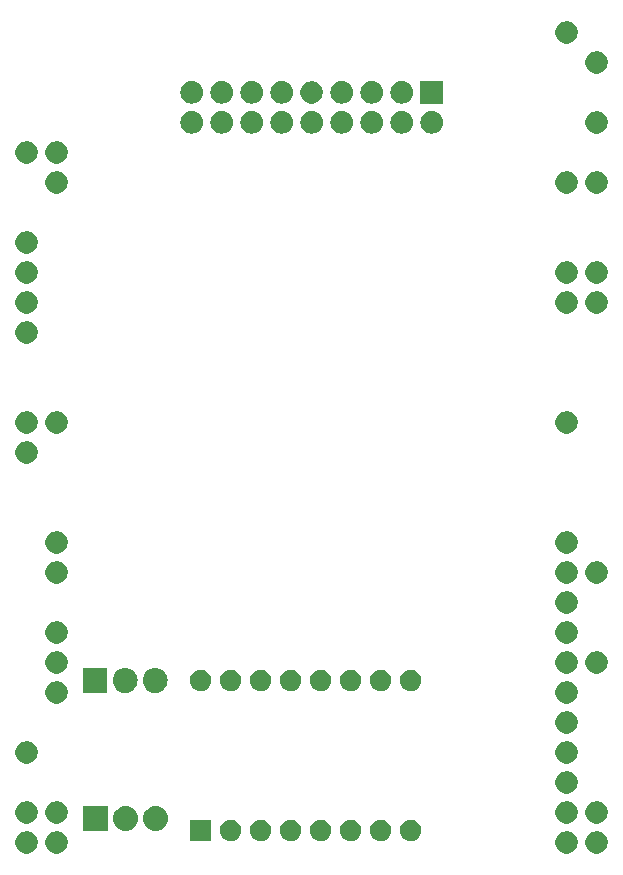
<source format=gbr>
G04 #@! TF.GenerationSoftware,KiCad,Pcbnew,5.0.2+dfsg1-1*
G04 #@! TF.CreationDate,2019-04-27T12:39:24-05:00*
G04 #@! TF.ProjectId,AdaptadorCamara,41646170-7461-4646-9f72-43616d617261,rev?*
G04 #@! TF.SameCoordinates,Original*
G04 #@! TF.FileFunction,Soldermask,Bot*
G04 #@! TF.FilePolarity,Negative*
%FSLAX45Y45*%
G04 Gerber Fmt 4.5, Leading zero omitted, Abs format (unit mm)*
G04 Created by KiCad (PCBNEW 5.0.2+dfsg1-1) date sáb 27 abr 2019 12:39:24 -05*
%MOMM*%
%LPD*%
G01*
G04 APERTURE LIST*
%ADD10C,0.100000*%
G04 APERTURE END LIST*
D10*
G36*
X5347740Y769445D02*
X5365047Y762277D01*
X5380623Y751869D01*
X5393869Y738623D01*
X5404277Y723047D01*
X5411445Y705740D01*
X5415100Y687367D01*
X5415100Y668633D01*
X5411445Y650260D01*
X5404277Y632953D01*
X5393869Y617377D01*
X5380623Y604131D01*
X5365047Y593723D01*
X5347740Y586555D01*
X5329367Y582900D01*
X5310633Y582900D01*
X5292260Y586555D01*
X5274953Y593723D01*
X5259377Y604131D01*
X5246131Y617377D01*
X5235723Y632953D01*
X5228555Y650260D01*
X5224900Y668633D01*
X5224900Y687367D01*
X5228555Y705740D01*
X5235723Y723047D01*
X5246131Y738623D01*
X5259377Y751869D01*
X5274953Y762277D01*
X5292260Y769445D01*
X5310633Y773100D01*
X5329367Y773100D01*
X5347740Y769445D01*
X5347740Y769445D01*
G37*
G36*
X5093740Y769445D02*
X5111047Y762277D01*
X5126623Y751869D01*
X5139869Y738623D01*
X5150277Y723047D01*
X5157445Y705740D01*
X5161100Y687367D01*
X5161100Y668633D01*
X5157445Y650260D01*
X5150277Y632953D01*
X5139869Y617377D01*
X5126623Y604131D01*
X5111047Y593723D01*
X5093740Y586555D01*
X5075367Y582900D01*
X5056633Y582900D01*
X5038260Y586555D01*
X5020953Y593723D01*
X5005377Y604131D01*
X4992131Y617377D01*
X4981723Y632953D01*
X4974555Y650260D01*
X4970900Y668633D01*
X4970900Y687367D01*
X4974555Y705740D01*
X4981723Y723047D01*
X4992131Y738623D01*
X5005377Y751869D01*
X5020953Y762277D01*
X5038260Y769445D01*
X5056633Y773100D01*
X5075367Y773100D01*
X5093740Y769445D01*
X5093740Y769445D01*
G37*
G36*
X775740Y769445D02*
X793047Y762277D01*
X808623Y751869D01*
X821869Y738623D01*
X832277Y723047D01*
X839445Y705740D01*
X843100Y687367D01*
X843100Y668633D01*
X839445Y650260D01*
X832277Y632953D01*
X821869Y617377D01*
X808623Y604131D01*
X793047Y593723D01*
X775740Y586555D01*
X757367Y582900D01*
X738633Y582900D01*
X720260Y586555D01*
X702953Y593723D01*
X687377Y604131D01*
X674131Y617377D01*
X663723Y632953D01*
X656555Y650260D01*
X652900Y668633D01*
X652900Y687367D01*
X656555Y705740D01*
X663723Y723047D01*
X674131Y738623D01*
X687377Y751869D01*
X702953Y762277D01*
X720260Y769445D01*
X738633Y773100D01*
X757367Y773100D01*
X775740Y769445D01*
X775740Y769445D01*
G37*
G36*
X521740Y769445D02*
X539047Y762277D01*
X554623Y751869D01*
X567869Y738623D01*
X578277Y723047D01*
X585445Y705740D01*
X589100Y687367D01*
X589100Y668633D01*
X585445Y650260D01*
X578277Y632953D01*
X567869Y617377D01*
X554623Y604131D01*
X539047Y593723D01*
X521740Y586555D01*
X503367Y582900D01*
X484633Y582900D01*
X466260Y586555D01*
X448953Y593723D01*
X433377Y604131D01*
X420131Y617377D01*
X409723Y632953D01*
X402555Y650260D01*
X398900Y668633D01*
X398900Y687367D01*
X402555Y705740D01*
X409723Y723047D01*
X420131Y738623D01*
X433377Y751869D01*
X448953Y762277D01*
X466260Y769445D01*
X484633Y773100D01*
X503367Y773100D01*
X521740Y769445D01*
X521740Y769445D01*
G37*
G36*
X3009481Y866238D02*
X3025878Y859446D01*
X3040635Y849585D01*
X3053185Y837035D01*
X3063046Y822278D01*
X3069838Y805881D01*
X3073300Y788474D01*
X3073300Y770726D01*
X3069838Y753319D01*
X3063046Y736922D01*
X3053185Y722165D01*
X3040635Y709615D01*
X3025878Y699754D01*
X3009481Y692962D01*
X2992074Y689500D01*
X2974326Y689500D01*
X2956919Y692962D01*
X2940522Y699754D01*
X2925765Y709615D01*
X2913215Y722165D01*
X2903354Y736922D01*
X2896562Y753319D01*
X2893100Y770726D01*
X2893100Y788474D01*
X2896562Y805881D01*
X2903354Y822278D01*
X2913215Y837035D01*
X2925765Y849585D01*
X2940522Y859446D01*
X2956919Y866238D01*
X2974326Y869700D01*
X2992074Y869700D01*
X3009481Y866238D01*
X3009481Y866238D01*
G37*
G36*
X3771481Y866238D02*
X3787878Y859446D01*
X3802635Y849585D01*
X3815185Y837035D01*
X3825046Y822278D01*
X3831838Y805881D01*
X3835300Y788474D01*
X3835300Y770726D01*
X3831838Y753319D01*
X3825046Y736922D01*
X3815185Y722165D01*
X3802635Y709615D01*
X3787878Y699754D01*
X3771481Y692962D01*
X3754074Y689500D01*
X3736326Y689500D01*
X3718919Y692962D01*
X3702522Y699754D01*
X3687765Y709615D01*
X3675215Y722165D01*
X3665354Y736922D01*
X3658562Y753319D01*
X3655100Y770726D01*
X3655100Y788474D01*
X3658562Y805881D01*
X3665354Y822278D01*
X3675215Y837035D01*
X3687765Y849585D01*
X3702522Y859446D01*
X3718919Y866238D01*
X3736326Y869700D01*
X3754074Y869700D01*
X3771481Y866238D01*
X3771481Y866238D01*
G37*
G36*
X3517481Y866238D02*
X3533878Y859446D01*
X3548635Y849585D01*
X3561185Y837035D01*
X3571046Y822278D01*
X3577838Y805881D01*
X3581300Y788474D01*
X3581300Y770726D01*
X3577838Y753319D01*
X3571046Y736922D01*
X3561185Y722165D01*
X3548635Y709615D01*
X3533878Y699754D01*
X3517481Y692962D01*
X3500074Y689500D01*
X3482326Y689500D01*
X3464919Y692962D01*
X3448522Y699754D01*
X3433765Y709615D01*
X3421215Y722165D01*
X3411354Y736922D01*
X3404562Y753319D01*
X3401100Y770726D01*
X3401100Y788474D01*
X3404562Y805881D01*
X3411354Y822278D01*
X3421215Y837035D01*
X3433765Y849585D01*
X3448522Y859446D01*
X3464919Y866238D01*
X3482326Y869700D01*
X3500074Y869700D01*
X3517481Y866238D01*
X3517481Y866238D01*
G37*
G36*
X2057300Y689500D02*
X1877100Y689500D01*
X1877100Y869700D01*
X2057300Y869700D01*
X2057300Y689500D01*
X2057300Y689500D01*
G37*
G36*
X2247481Y866238D02*
X2263878Y859446D01*
X2278635Y849585D01*
X2291185Y837035D01*
X2301046Y822278D01*
X2307838Y805881D01*
X2311300Y788474D01*
X2311300Y770726D01*
X2307838Y753319D01*
X2301046Y736922D01*
X2291185Y722165D01*
X2278635Y709615D01*
X2263878Y699754D01*
X2247481Y692962D01*
X2230074Y689500D01*
X2212326Y689500D01*
X2194919Y692962D01*
X2178522Y699754D01*
X2163765Y709615D01*
X2151215Y722165D01*
X2141354Y736922D01*
X2134562Y753319D01*
X2131100Y770726D01*
X2131100Y788474D01*
X2134562Y805881D01*
X2141354Y822278D01*
X2151215Y837035D01*
X2163765Y849585D01*
X2178522Y859446D01*
X2194919Y866238D01*
X2212326Y869700D01*
X2230074Y869700D01*
X2247481Y866238D01*
X2247481Y866238D01*
G37*
G36*
X2501481Y866238D02*
X2517878Y859446D01*
X2532635Y849585D01*
X2545185Y837035D01*
X2555046Y822278D01*
X2561838Y805881D01*
X2565300Y788474D01*
X2565300Y770726D01*
X2561838Y753319D01*
X2555046Y736922D01*
X2545185Y722165D01*
X2532635Y709615D01*
X2517878Y699754D01*
X2501481Y692962D01*
X2484074Y689500D01*
X2466326Y689500D01*
X2448919Y692962D01*
X2432522Y699754D01*
X2417765Y709615D01*
X2405215Y722165D01*
X2395354Y736922D01*
X2388562Y753319D01*
X2385100Y770726D01*
X2385100Y788474D01*
X2388562Y805881D01*
X2395354Y822278D01*
X2405215Y837035D01*
X2417765Y849585D01*
X2432522Y859446D01*
X2448919Y866238D01*
X2466326Y869700D01*
X2484074Y869700D01*
X2501481Y866238D01*
X2501481Y866238D01*
G37*
G36*
X2755481Y866238D02*
X2771878Y859446D01*
X2786635Y849585D01*
X2799185Y837035D01*
X2809046Y822278D01*
X2815838Y805881D01*
X2819300Y788474D01*
X2819300Y770726D01*
X2815838Y753319D01*
X2809046Y736922D01*
X2799185Y722165D01*
X2786635Y709615D01*
X2771878Y699754D01*
X2755481Y692962D01*
X2738074Y689500D01*
X2720326Y689500D01*
X2702919Y692962D01*
X2686522Y699754D01*
X2671765Y709615D01*
X2659215Y722165D01*
X2649354Y736922D01*
X2642562Y753319D01*
X2639100Y770726D01*
X2639100Y788474D01*
X2642562Y805881D01*
X2649354Y822278D01*
X2659215Y837035D01*
X2671765Y849585D01*
X2686522Y859446D01*
X2702919Y866238D01*
X2720326Y869700D01*
X2738074Y869700D01*
X2755481Y866238D01*
X2755481Y866238D01*
G37*
G36*
X3263481Y866238D02*
X3279878Y859446D01*
X3294635Y849585D01*
X3307185Y837035D01*
X3317046Y822278D01*
X3323838Y805881D01*
X3327300Y788474D01*
X3327300Y770726D01*
X3323838Y753319D01*
X3317046Y736922D01*
X3307185Y722165D01*
X3294635Y709615D01*
X3279878Y699754D01*
X3263481Y692962D01*
X3246074Y689500D01*
X3228326Y689500D01*
X3210919Y692962D01*
X3194522Y699754D01*
X3179765Y709615D01*
X3167215Y722165D01*
X3157354Y736922D01*
X3150562Y753319D01*
X3147100Y770726D01*
X3147100Y788474D01*
X3150562Y805881D01*
X3157354Y822278D01*
X3167215Y837035D01*
X3179765Y849585D01*
X3194522Y859446D01*
X3210919Y866238D01*
X3228326Y869700D01*
X3246074Y869700D01*
X3263481Y866238D01*
X3263481Y866238D01*
G37*
G36*
X1594451Y985996D02*
X1606803Y984779D01*
X1626615Y978769D01*
X1644873Y969010D01*
X1660876Y955876D01*
X1674010Y939873D01*
X1683769Y921615D01*
X1689779Y901803D01*
X1691808Y881200D01*
X1689779Y860597D01*
X1683769Y840785D01*
X1674010Y822527D01*
X1660876Y806523D01*
X1644873Y793390D01*
X1626615Y783630D01*
X1606803Y777621D01*
X1594451Y776404D01*
X1591363Y776100D01*
X1581037Y776100D01*
X1577949Y776404D01*
X1565597Y777621D01*
X1545785Y783630D01*
X1527527Y793390D01*
X1511523Y806523D01*
X1498390Y822527D01*
X1488630Y840785D01*
X1482621Y860597D01*
X1480591Y881200D01*
X1482621Y901803D01*
X1488630Y921615D01*
X1498390Y939873D01*
X1511523Y955876D01*
X1527527Y969010D01*
X1545785Y978769D01*
X1565597Y984779D01*
X1577949Y985996D01*
X1581037Y986300D01*
X1591363Y986300D01*
X1594451Y985996D01*
X1594451Y985996D01*
G37*
G36*
X1340451Y985996D02*
X1352803Y984779D01*
X1372615Y978769D01*
X1390873Y969010D01*
X1406876Y955876D01*
X1420010Y939873D01*
X1429769Y921615D01*
X1435779Y901803D01*
X1437808Y881200D01*
X1435779Y860597D01*
X1429769Y840785D01*
X1420010Y822527D01*
X1406876Y806523D01*
X1390873Y793390D01*
X1372615Y783630D01*
X1352803Y777621D01*
X1340451Y776404D01*
X1337363Y776100D01*
X1327037Y776100D01*
X1323949Y776404D01*
X1311597Y777621D01*
X1291785Y783630D01*
X1273527Y793390D01*
X1257524Y806523D01*
X1244390Y822527D01*
X1234631Y840785D01*
X1228621Y860597D01*
X1226592Y881200D01*
X1228621Y901803D01*
X1234631Y921615D01*
X1244390Y939873D01*
X1257524Y955876D01*
X1273527Y969010D01*
X1291785Y978769D01*
X1311597Y984779D01*
X1323949Y985996D01*
X1327037Y986300D01*
X1337363Y986300D01*
X1340451Y985996D01*
X1340451Y985996D01*
G37*
G36*
X1183300Y776100D02*
X973100Y776100D01*
X973100Y986300D01*
X1183300Y986300D01*
X1183300Y776100D01*
X1183300Y776100D01*
G37*
G36*
X521740Y1023445D02*
X539047Y1016277D01*
X554623Y1005869D01*
X567869Y992623D01*
X578277Y977047D01*
X585445Y959740D01*
X589100Y941367D01*
X589100Y922633D01*
X585445Y904260D01*
X578277Y886953D01*
X567869Y871377D01*
X554623Y858131D01*
X539047Y847723D01*
X521740Y840555D01*
X503367Y836900D01*
X484633Y836900D01*
X466260Y840555D01*
X448953Y847723D01*
X433377Y858131D01*
X420131Y871377D01*
X409723Y886953D01*
X402555Y904260D01*
X398900Y922633D01*
X398900Y941367D01*
X402555Y959740D01*
X409723Y977047D01*
X420131Y992623D01*
X433377Y1005869D01*
X448953Y1016277D01*
X466260Y1023445D01*
X484633Y1027100D01*
X503367Y1027100D01*
X521740Y1023445D01*
X521740Y1023445D01*
G37*
G36*
X775740Y1023445D02*
X793047Y1016277D01*
X808623Y1005869D01*
X821869Y992623D01*
X832277Y977047D01*
X839445Y959740D01*
X843100Y941367D01*
X843100Y922633D01*
X839445Y904260D01*
X832277Y886953D01*
X821869Y871377D01*
X808623Y858131D01*
X793047Y847723D01*
X775740Y840555D01*
X757367Y836900D01*
X738633Y836900D01*
X720260Y840555D01*
X702953Y847723D01*
X687377Y858131D01*
X674131Y871377D01*
X663723Y886953D01*
X656555Y904260D01*
X652900Y922633D01*
X652900Y941367D01*
X656555Y959740D01*
X663723Y977047D01*
X674131Y992623D01*
X687377Y1005869D01*
X702953Y1016277D01*
X720260Y1023445D01*
X738633Y1027100D01*
X757367Y1027100D01*
X775740Y1023445D01*
X775740Y1023445D01*
G37*
G36*
X5093740Y1023445D02*
X5111047Y1016277D01*
X5126623Y1005869D01*
X5139869Y992623D01*
X5150277Y977047D01*
X5157445Y959740D01*
X5161100Y941367D01*
X5161100Y922633D01*
X5157445Y904260D01*
X5150277Y886953D01*
X5139869Y871377D01*
X5126623Y858131D01*
X5111047Y847723D01*
X5093740Y840555D01*
X5075367Y836900D01*
X5056633Y836900D01*
X5038260Y840555D01*
X5020953Y847723D01*
X5005377Y858131D01*
X4992131Y871377D01*
X4981723Y886953D01*
X4974555Y904260D01*
X4970900Y922633D01*
X4970900Y941367D01*
X4974555Y959740D01*
X4981723Y977047D01*
X4992131Y992623D01*
X5005377Y1005869D01*
X5020953Y1016277D01*
X5038260Y1023445D01*
X5056633Y1027100D01*
X5075367Y1027100D01*
X5093740Y1023445D01*
X5093740Y1023445D01*
G37*
G36*
X5347740Y1023445D02*
X5365047Y1016277D01*
X5380623Y1005869D01*
X5393869Y992623D01*
X5404277Y977047D01*
X5411445Y959740D01*
X5415100Y941367D01*
X5415100Y922633D01*
X5411445Y904260D01*
X5404277Y886953D01*
X5393869Y871377D01*
X5380623Y858131D01*
X5365047Y847723D01*
X5347740Y840555D01*
X5329367Y836900D01*
X5310633Y836900D01*
X5292260Y840555D01*
X5274953Y847723D01*
X5259377Y858131D01*
X5246131Y871377D01*
X5235723Y886953D01*
X5228555Y904260D01*
X5224900Y922633D01*
X5224900Y941367D01*
X5228555Y959740D01*
X5235723Y977047D01*
X5246131Y992623D01*
X5259377Y1005869D01*
X5274953Y1016277D01*
X5292260Y1023445D01*
X5310633Y1027100D01*
X5329367Y1027100D01*
X5347740Y1023445D01*
X5347740Y1023445D01*
G37*
G36*
X5093740Y1277445D02*
X5111047Y1270277D01*
X5126623Y1259869D01*
X5139869Y1246623D01*
X5150277Y1231047D01*
X5157445Y1213740D01*
X5161100Y1195367D01*
X5161100Y1176633D01*
X5157445Y1158260D01*
X5150277Y1140953D01*
X5139869Y1125377D01*
X5126623Y1112131D01*
X5111047Y1101723D01*
X5093740Y1094555D01*
X5075367Y1090900D01*
X5056633Y1090900D01*
X5038260Y1094555D01*
X5020953Y1101723D01*
X5005377Y1112131D01*
X4992131Y1125377D01*
X4981723Y1140953D01*
X4974555Y1158260D01*
X4970900Y1176633D01*
X4970900Y1195367D01*
X4974555Y1213740D01*
X4981723Y1231047D01*
X4992131Y1246623D01*
X5005377Y1259869D01*
X5020953Y1270277D01*
X5038260Y1277445D01*
X5056633Y1281100D01*
X5075367Y1281100D01*
X5093740Y1277445D01*
X5093740Y1277445D01*
G37*
G36*
X521740Y1531445D02*
X539047Y1524277D01*
X554623Y1513869D01*
X567869Y1500623D01*
X578277Y1485047D01*
X585445Y1467740D01*
X589100Y1449367D01*
X589100Y1430633D01*
X585445Y1412260D01*
X578277Y1394953D01*
X567869Y1379377D01*
X554623Y1366131D01*
X539047Y1355723D01*
X521740Y1348555D01*
X503367Y1344900D01*
X484633Y1344900D01*
X466260Y1348555D01*
X448953Y1355723D01*
X433377Y1366131D01*
X420131Y1379377D01*
X409723Y1394953D01*
X402555Y1412260D01*
X398900Y1430633D01*
X398900Y1449367D01*
X402555Y1467740D01*
X409723Y1485047D01*
X420131Y1500623D01*
X433377Y1513869D01*
X448953Y1524277D01*
X466260Y1531445D01*
X484633Y1535100D01*
X503367Y1535100D01*
X521740Y1531445D01*
X521740Y1531445D01*
G37*
G36*
X5093740Y1531445D02*
X5111047Y1524277D01*
X5126623Y1513869D01*
X5139869Y1500623D01*
X5150277Y1485047D01*
X5157445Y1467740D01*
X5161100Y1449367D01*
X5161100Y1430633D01*
X5157445Y1412260D01*
X5150277Y1394953D01*
X5139869Y1379377D01*
X5126623Y1366131D01*
X5111047Y1355723D01*
X5093740Y1348555D01*
X5075367Y1344900D01*
X5056633Y1344900D01*
X5038260Y1348555D01*
X5020953Y1355723D01*
X5005377Y1366131D01*
X4992131Y1379377D01*
X4981723Y1394953D01*
X4974555Y1412260D01*
X4970900Y1430633D01*
X4970900Y1449367D01*
X4974555Y1467740D01*
X4981723Y1485047D01*
X4992131Y1500623D01*
X5005377Y1513869D01*
X5020953Y1524277D01*
X5038260Y1531445D01*
X5056633Y1535100D01*
X5075367Y1535100D01*
X5093740Y1531445D01*
X5093740Y1531445D01*
G37*
G36*
X5093740Y1785445D02*
X5111047Y1778277D01*
X5126623Y1767869D01*
X5139869Y1754623D01*
X5150277Y1739047D01*
X5157445Y1721740D01*
X5161100Y1703367D01*
X5161100Y1684633D01*
X5157445Y1666260D01*
X5150277Y1648953D01*
X5139869Y1633377D01*
X5126623Y1620131D01*
X5111047Y1609723D01*
X5093740Y1602555D01*
X5075367Y1598900D01*
X5056633Y1598900D01*
X5038260Y1602555D01*
X5020953Y1609723D01*
X5005377Y1620131D01*
X4992131Y1633377D01*
X4981723Y1648953D01*
X4974555Y1666260D01*
X4970900Y1684633D01*
X4970900Y1703367D01*
X4974555Y1721740D01*
X4981723Y1739047D01*
X4992131Y1754623D01*
X5005377Y1767869D01*
X5020953Y1778277D01*
X5038260Y1785445D01*
X5056633Y1789100D01*
X5075367Y1789100D01*
X5093740Y1785445D01*
X5093740Y1785445D01*
G37*
G36*
X775740Y2039445D02*
X793047Y2032277D01*
X808623Y2021869D01*
X821869Y2008623D01*
X832277Y1993047D01*
X839445Y1975740D01*
X843100Y1957367D01*
X843100Y1938633D01*
X839445Y1920260D01*
X832277Y1902953D01*
X821869Y1887377D01*
X808623Y1874131D01*
X793047Y1863723D01*
X775740Y1856555D01*
X757367Y1852900D01*
X738633Y1852900D01*
X720260Y1856555D01*
X702953Y1863723D01*
X687377Y1874131D01*
X674131Y1887377D01*
X663723Y1902953D01*
X656555Y1920260D01*
X652900Y1938633D01*
X652900Y1957367D01*
X656555Y1975740D01*
X663723Y1993047D01*
X674131Y2008623D01*
X687377Y2021869D01*
X702953Y2032277D01*
X720260Y2039445D01*
X738633Y2043100D01*
X757367Y2043100D01*
X775740Y2039445D01*
X775740Y2039445D01*
G37*
G36*
X5093740Y2039445D02*
X5111047Y2032277D01*
X5126623Y2021869D01*
X5139869Y2008623D01*
X5150277Y1993047D01*
X5157445Y1975740D01*
X5161100Y1957367D01*
X5161100Y1938633D01*
X5157445Y1920260D01*
X5150277Y1902953D01*
X5139869Y1887377D01*
X5126623Y1874131D01*
X5111047Y1863723D01*
X5093740Y1856555D01*
X5075367Y1852900D01*
X5056633Y1852900D01*
X5038260Y1856555D01*
X5020953Y1863723D01*
X5005377Y1874131D01*
X4992131Y1887377D01*
X4981723Y1902953D01*
X4974555Y1920260D01*
X4970900Y1938633D01*
X4970900Y1957367D01*
X4974555Y1975740D01*
X4981723Y1993047D01*
X4992131Y2008623D01*
X5005377Y2021869D01*
X5020953Y2032277D01*
X5038260Y2039445D01*
X5056633Y2043100D01*
X5075367Y2043100D01*
X5093740Y2039445D01*
X5093740Y2039445D01*
G37*
G36*
X1335251Y2154796D02*
X1347603Y2153579D01*
X1367415Y2147570D01*
X1385673Y2137810D01*
X1401676Y2124677D01*
X1414810Y2108673D01*
X1424569Y2090415D01*
X1430579Y2070603D01*
X1432608Y2050000D01*
X1430579Y2029397D01*
X1424569Y2009585D01*
X1414810Y1991327D01*
X1401676Y1975323D01*
X1385673Y1962190D01*
X1367415Y1952430D01*
X1347603Y1946421D01*
X1335251Y1945204D01*
X1332163Y1944900D01*
X1321837Y1944900D01*
X1318749Y1945204D01*
X1306397Y1946421D01*
X1286585Y1952430D01*
X1268327Y1962190D01*
X1252324Y1975323D01*
X1239190Y1991327D01*
X1229431Y2009585D01*
X1223421Y2029397D01*
X1221392Y2050000D01*
X1223421Y2070603D01*
X1229431Y2090415D01*
X1239190Y2108673D01*
X1252324Y2124677D01*
X1268327Y2137810D01*
X1286585Y2147570D01*
X1306397Y2153579D01*
X1318749Y2154796D01*
X1321837Y2155100D01*
X1332163Y2155100D01*
X1335251Y2154796D01*
X1335251Y2154796D01*
G37*
G36*
X1589251Y2154796D02*
X1601603Y2153579D01*
X1621415Y2147570D01*
X1639673Y2137810D01*
X1655676Y2124677D01*
X1668810Y2108673D01*
X1678569Y2090415D01*
X1684579Y2070603D01*
X1686608Y2050000D01*
X1684579Y2029397D01*
X1678569Y2009585D01*
X1668810Y1991327D01*
X1655676Y1975323D01*
X1639673Y1962190D01*
X1621415Y1952430D01*
X1601603Y1946421D01*
X1589251Y1945204D01*
X1586163Y1944900D01*
X1575837Y1944900D01*
X1572749Y1945204D01*
X1560397Y1946421D01*
X1540585Y1952430D01*
X1522327Y1962190D01*
X1506323Y1975323D01*
X1493190Y1991327D01*
X1483430Y2009585D01*
X1477421Y2029397D01*
X1475391Y2050000D01*
X1477421Y2070603D01*
X1483430Y2090415D01*
X1493190Y2108673D01*
X1506323Y2124677D01*
X1522327Y2137810D01*
X1540585Y2147570D01*
X1560397Y2153579D01*
X1572749Y2154796D01*
X1575837Y2155100D01*
X1586163Y2155100D01*
X1589251Y2154796D01*
X1589251Y2154796D01*
G37*
G36*
X1178100Y1944900D02*
X967900Y1944900D01*
X967900Y2155100D01*
X1178100Y2155100D01*
X1178100Y1944900D01*
X1178100Y1944900D01*
G37*
G36*
X2501481Y2136238D02*
X2517878Y2129446D01*
X2532635Y2119585D01*
X2545185Y2107035D01*
X2555046Y2092278D01*
X2561838Y2075881D01*
X2565300Y2058474D01*
X2565300Y2040726D01*
X2561838Y2023319D01*
X2555046Y2006922D01*
X2545185Y1992165D01*
X2532635Y1979615D01*
X2517878Y1969754D01*
X2501481Y1962962D01*
X2484074Y1959500D01*
X2466326Y1959500D01*
X2448919Y1962962D01*
X2432522Y1969754D01*
X2417765Y1979615D01*
X2405215Y1992165D01*
X2395354Y2006922D01*
X2388562Y2023319D01*
X2385100Y2040726D01*
X2385100Y2058474D01*
X2388562Y2075881D01*
X2395354Y2092278D01*
X2405215Y2107035D01*
X2417765Y2119585D01*
X2432522Y2129446D01*
X2448919Y2136238D01*
X2466326Y2139700D01*
X2484074Y2139700D01*
X2501481Y2136238D01*
X2501481Y2136238D01*
G37*
G36*
X1993481Y2136238D02*
X2009878Y2129446D01*
X2024635Y2119585D01*
X2037185Y2107035D01*
X2047046Y2092278D01*
X2053838Y2075881D01*
X2057300Y2058474D01*
X2057300Y2040726D01*
X2053838Y2023319D01*
X2047046Y2006922D01*
X2037185Y1992165D01*
X2024635Y1979615D01*
X2009878Y1969754D01*
X1993481Y1962962D01*
X1976074Y1959500D01*
X1958326Y1959500D01*
X1940919Y1962962D01*
X1924522Y1969754D01*
X1909765Y1979615D01*
X1897215Y1992165D01*
X1887354Y2006922D01*
X1880562Y2023319D01*
X1877100Y2040726D01*
X1877100Y2058474D01*
X1880562Y2075881D01*
X1887354Y2092278D01*
X1897215Y2107035D01*
X1909765Y2119585D01*
X1924522Y2129446D01*
X1940919Y2136238D01*
X1958326Y2139700D01*
X1976074Y2139700D01*
X1993481Y2136238D01*
X1993481Y2136238D01*
G37*
G36*
X2247481Y2136238D02*
X2263878Y2129446D01*
X2278635Y2119585D01*
X2291185Y2107035D01*
X2301046Y2092278D01*
X2307838Y2075881D01*
X2311300Y2058474D01*
X2311300Y2040726D01*
X2307838Y2023319D01*
X2301046Y2006922D01*
X2291185Y1992165D01*
X2278635Y1979615D01*
X2263878Y1969754D01*
X2247481Y1962962D01*
X2230074Y1959500D01*
X2212326Y1959500D01*
X2194919Y1962962D01*
X2178522Y1969754D01*
X2163765Y1979615D01*
X2151215Y1992165D01*
X2141354Y2006922D01*
X2134562Y2023319D01*
X2131100Y2040726D01*
X2131100Y2058474D01*
X2134562Y2075881D01*
X2141354Y2092278D01*
X2151215Y2107035D01*
X2163765Y2119585D01*
X2178522Y2129446D01*
X2194919Y2136238D01*
X2212326Y2139700D01*
X2230074Y2139700D01*
X2247481Y2136238D01*
X2247481Y2136238D01*
G37*
G36*
X2755481Y2136238D02*
X2771878Y2129446D01*
X2786635Y2119585D01*
X2799185Y2107035D01*
X2809046Y2092278D01*
X2815838Y2075881D01*
X2819300Y2058474D01*
X2819300Y2040726D01*
X2815838Y2023319D01*
X2809046Y2006922D01*
X2799185Y1992165D01*
X2786635Y1979615D01*
X2771878Y1969754D01*
X2755481Y1962962D01*
X2738074Y1959500D01*
X2720326Y1959500D01*
X2702919Y1962962D01*
X2686522Y1969754D01*
X2671765Y1979615D01*
X2659215Y1992165D01*
X2649354Y2006922D01*
X2642562Y2023319D01*
X2639100Y2040726D01*
X2639100Y2058474D01*
X2642562Y2075881D01*
X2649354Y2092278D01*
X2659215Y2107035D01*
X2671765Y2119585D01*
X2686522Y2129446D01*
X2702919Y2136238D01*
X2720326Y2139700D01*
X2738074Y2139700D01*
X2755481Y2136238D01*
X2755481Y2136238D01*
G37*
G36*
X3009481Y2136238D02*
X3025878Y2129446D01*
X3040635Y2119585D01*
X3053185Y2107035D01*
X3063046Y2092278D01*
X3069838Y2075881D01*
X3073300Y2058474D01*
X3073300Y2040726D01*
X3069838Y2023319D01*
X3063046Y2006922D01*
X3053185Y1992165D01*
X3040635Y1979615D01*
X3025878Y1969754D01*
X3009481Y1962962D01*
X2992074Y1959500D01*
X2974326Y1959500D01*
X2956919Y1962962D01*
X2940522Y1969754D01*
X2925765Y1979615D01*
X2913215Y1992165D01*
X2903354Y2006922D01*
X2896562Y2023319D01*
X2893100Y2040726D01*
X2893100Y2058474D01*
X2896562Y2075881D01*
X2903354Y2092278D01*
X2913215Y2107035D01*
X2925765Y2119585D01*
X2940522Y2129446D01*
X2956919Y2136238D01*
X2974326Y2139700D01*
X2992074Y2139700D01*
X3009481Y2136238D01*
X3009481Y2136238D01*
G37*
G36*
X3263481Y2136238D02*
X3279878Y2129446D01*
X3294635Y2119585D01*
X3307185Y2107035D01*
X3317046Y2092278D01*
X3323838Y2075881D01*
X3327300Y2058474D01*
X3327300Y2040726D01*
X3323838Y2023319D01*
X3317046Y2006922D01*
X3307185Y1992165D01*
X3294635Y1979615D01*
X3279878Y1969754D01*
X3263481Y1962962D01*
X3246074Y1959500D01*
X3228326Y1959500D01*
X3210919Y1962962D01*
X3194522Y1969754D01*
X3179765Y1979615D01*
X3167215Y1992165D01*
X3157354Y2006922D01*
X3150562Y2023319D01*
X3147100Y2040726D01*
X3147100Y2058474D01*
X3150562Y2075881D01*
X3157354Y2092278D01*
X3167215Y2107035D01*
X3179765Y2119585D01*
X3194522Y2129446D01*
X3210919Y2136238D01*
X3228326Y2139700D01*
X3246074Y2139700D01*
X3263481Y2136238D01*
X3263481Y2136238D01*
G37*
G36*
X3517481Y2136238D02*
X3533878Y2129446D01*
X3548635Y2119585D01*
X3561185Y2107035D01*
X3571046Y2092278D01*
X3577838Y2075881D01*
X3581300Y2058474D01*
X3581300Y2040726D01*
X3577838Y2023319D01*
X3571046Y2006922D01*
X3561185Y1992165D01*
X3548635Y1979615D01*
X3533878Y1969754D01*
X3517481Y1962962D01*
X3500074Y1959500D01*
X3482326Y1959500D01*
X3464919Y1962962D01*
X3448522Y1969754D01*
X3433765Y1979615D01*
X3421215Y1992165D01*
X3411354Y2006922D01*
X3404562Y2023319D01*
X3401100Y2040726D01*
X3401100Y2058474D01*
X3404562Y2075881D01*
X3411354Y2092278D01*
X3421215Y2107035D01*
X3433765Y2119585D01*
X3448522Y2129446D01*
X3464919Y2136238D01*
X3482326Y2139700D01*
X3500074Y2139700D01*
X3517481Y2136238D01*
X3517481Y2136238D01*
G37*
G36*
X3771481Y2136238D02*
X3787878Y2129446D01*
X3802635Y2119585D01*
X3815185Y2107035D01*
X3825046Y2092278D01*
X3831838Y2075881D01*
X3835300Y2058474D01*
X3835300Y2040726D01*
X3831838Y2023319D01*
X3825046Y2006922D01*
X3815185Y1992165D01*
X3802635Y1979615D01*
X3787878Y1969754D01*
X3771481Y1962962D01*
X3754074Y1959500D01*
X3736326Y1959500D01*
X3718919Y1962962D01*
X3702522Y1969754D01*
X3687765Y1979615D01*
X3675215Y1992165D01*
X3665354Y2006922D01*
X3658562Y2023319D01*
X3655100Y2040726D01*
X3655100Y2058474D01*
X3658562Y2075881D01*
X3665354Y2092278D01*
X3675215Y2107035D01*
X3687765Y2119585D01*
X3702522Y2129446D01*
X3718919Y2136238D01*
X3736326Y2139700D01*
X3754074Y2139700D01*
X3771481Y2136238D01*
X3771481Y2136238D01*
G37*
G36*
X775740Y2293445D02*
X793047Y2286277D01*
X808623Y2275869D01*
X821869Y2262623D01*
X832277Y2247047D01*
X839445Y2229740D01*
X843100Y2211367D01*
X843100Y2192633D01*
X839445Y2174260D01*
X832277Y2156953D01*
X821869Y2141377D01*
X808623Y2128131D01*
X793047Y2117723D01*
X775740Y2110555D01*
X757367Y2106900D01*
X738633Y2106900D01*
X720260Y2110555D01*
X702953Y2117723D01*
X687377Y2128131D01*
X674131Y2141377D01*
X663723Y2156953D01*
X656555Y2174260D01*
X652900Y2192633D01*
X652900Y2211367D01*
X656555Y2229740D01*
X663723Y2247047D01*
X674131Y2262623D01*
X687377Y2275869D01*
X702953Y2286277D01*
X720260Y2293445D01*
X738633Y2297100D01*
X757367Y2297100D01*
X775740Y2293445D01*
X775740Y2293445D01*
G37*
G36*
X5347740Y2293445D02*
X5365047Y2286277D01*
X5380623Y2275869D01*
X5393869Y2262623D01*
X5404277Y2247047D01*
X5411445Y2229740D01*
X5415100Y2211367D01*
X5415100Y2192633D01*
X5411445Y2174260D01*
X5404277Y2156953D01*
X5393869Y2141377D01*
X5380623Y2128131D01*
X5365047Y2117723D01*
X5347740Y2110555D01*
X5329367Y2106900D01*
X5310633Y2106900D01*
X5292260Y2110555D01*
X5274953Y2117723D01*
X5259377Y2128131D01*
X5246131Y2141377D01*
X5235723Y2156953D01*
X5228555Y2174260D01*
X5224900Y2192633D01*
X5224900Y2211367D01*
X5228555Y2229740D01*
X5235723Y2247047D01*
X5246131Y2262623D01*
X5259377Y2275869D01*
X5274953Y2286277D01*
X5292260Y2293445D01*
X5310633Y2297100D01*
X5329367Y2297100D01*
X5347740Y2293445D01*
X5347740Y2293445D01*
G37*
G36*
X5093740Y2293445D02*
X5111047Y2286277D01*
X5126623Y2275869D01*
X5139869Y2262623D01*
X5150277Y2247047D01*
X5157445Y2229740D01*
X5161100Y2211367D01*
X5161100Y2192633D01*
X5157445Y2174260D01*
X5150277Y2156953D01*
X5139869Y2141377D01*
X5126623Y2128131D01*
X5111047Y2117723D01*
X5093740Y2110555D01*
X5075367Y2106900D01*
X5056633Y2106900D01*
X5038260Y2110555D01*
X5020953Y2117723D01*
X5005377Y2128131D01*
X4992131Y2141377D01*
X4981723Y2156953D01*
X4974555Y2174260D01*
X4970900Y2192633D01*
X4970900Y2211367D01*
X4974555Y2229740D01*
X4981723Y2247047D01*
X4992131Y2262623D01*
X5005377Y2275869D01*
X5020953Y2286277D01*
X5038260Y2293445D01*
X5056633Y2297100D01*
X5075367Y2297100D01*
X5093740Y2293445D01*
X5093740Y2293445D01*
G37*
G36*
X5093740Y2547445D02*
X5111047Y2540277D01*
X5126623Y2529869D01*
X5139869Y2516623D01*
X5150277Y2501047D01*
X5157445Y2483740D01*
X5161100Y2465367D01*
X5161100Y2446633D01*
X5157445Y2428260D01*
X5150277Y2410953D01*
X5139869Y2395377D01*
X5126623Y2382131D01*
X5111047Y2371723D01*
X5093740Y2364555D01*
X5075367Y2360900D01*
X5056633Y2360900D01*
X5038260Y2364555D01*
X5020953Y2371723D01*
X5005377Y2382131D01*
X4992131Y2395377D01*
X4981723Y2410953D01*
X4974555Y2428260D01*
X4970900Y2446633D01*
X4970900Y2465367D01*
X4974555Y2483740D01*
X4981723Y2501047D01*
X4992131Y2516623D01*
X5005377Y2529869D01*
X5020953Y2540277D01*
X5038260Y2547445D01*
X5056633Y2551100D01*
X5075367Y2551100D01*
X5093740Y2547445D01*
X5093740Y2547445D01*
G37*
G36*
X775740Y2547445D02*
X793047Y2540277D01*
X808623Y2529869D01*
X821869Y2516623D01*
X832277Y2501047D01*
X839445Y2483740D01*
X843100Y2465367D01*
X843100Y2446633D01*
X839445Y2428260D01*
X832277Y2410953D01*
X821869Y2395377D01*
X808623Y2382131D01*
X793047Y2371723D01*
X775740Y2364555D01*
X757367Y2360900D01*
X738633Y2360900D01*
X720260Y2364555D01*
X702953Y2371723D01*
X687377Y2382131D01*
X674131Y2395377D01*
X663723Y2410953D01*
X656555Y2428260D01*
X652900Y2446633D01*
X652900Y2465367D01*
X656555Y2483740D01*
X663723Y2501047D01*
X674131Y2516623D01*
X687377Y2529869D01*
X702953Y2540277D01*
X720260Y2547445D01*
X738633Y2551100D01*
X757367Y2551100D01*
X775740Y2547445D01*
X775740Y2547445D01*
G37*
G36*
X5093740Y2801445D02*
X5111047Y2794277D01*
X5126623Y2783869D01*
X5139869Y2770623D01*
X5150277Y2755047D01*
X5157445Y2737740D01*
X5161100Y2719367D01*
X5161100Y2700633D01*
X5157445Y2682260D01*
X5150277Y2664953D01*
X5139869Y2649377D01*
X5126623Y2636131D01*
X5111047Y2625723D01*
X5093740Y2618555D01*
X5075367Y2614900D01*
X5056633Y2614900D01*
X5038260Y2618555D01*
X5020953Y2625723D01*
X5005377Y2636131D01*
X4992131Y2649377D01*
X4981723Y2664953D01*
X4974555Y2682260D01*
X4970900Y2700633D01*
X4970900Y2719367D01*
X4974555Y2737740D01*
X4981723Y2755047D01*
X4992131Y2770623D01*
X5005377Y2783869D01*
X5020953Y2794277D01*
X5038260Y2801445D01*
X5056633Y2805100D01*
X5075367Y2805100D01*
X5093740Y2801445D01*
X5093740Y2801445D01*
G37*
G36*
X775740Y3055445D02*
X793047Y3048277D01*
X808623Y3037869D01*
X821869Y3024623D01*
X832277Y3009047D01*
X839445Y2991740D01*
X843100Y2973367D01*
X843100Y2954633D01*
X839445Y2936260D01*
X832277Y2918953D01*
X821869Y2903377D01*
X808623Y2890131D01*
X793047Y2879723D01*
X775740Y2872555D01*
X757367Y2868900D01*
X738633Y2868900D01*
X720260Y2872555D01*
X702953Y2879723D01*
X687377Y2890131D01*
X674131Y2903377D01*
X663723Y2918953D01*
X656555Y2936260D01*
X652900Y2954633D01*
X652900Y2973367D01*
X656555Y2991740D01*
X663723Y3009047D01*
X674131Y3024623D01*
X687377Y3037869D01*
X702953Y3048277D01*
X720260Y3055445D01*
X738633Y3059100D01*
X757367Y3059100D01*
X775740Y3055445D01*
X775740Y3055445D01*
G37*
G36*
X5093740Y3055445D02*
X5111047Y3048277D01*
X5126623Y3037869D01*
X5139869Y3024623D01*
X5150277Y3009047D01*
X5157445Y2991740D01*
X5161100Y2973367D01*
X5161100Y2954633D01*
X5157445Y2936260D01*
X5150277Y2918953D01*
X5139869Y2903377D01*
X5126623Y2890131D01*
X5111047Y2879723D01*
X5093740Y2872555D01*
X5075367Y2868900D01*
X5056633Y2868900D01*
X5038260Y2872555D01*
X5020953Y2879723D01*
X5005377Y2890131D01*
X4992131Y2903377D01*
X4981723Y2918953D01*
X4974555Y2936260D01*
X4970900Y2954633D01*
X4970900Y2973367D01*
X4974555Y2991740D01*
X4981723Y3009047D01*
X4992131Y3024623D01*
X5005377Y3037869D01*
X5020953Y3048277D01*
X5038260Y3055445D01*
X5056633Y3059100D01*
X5075367Y3059100D01*
X5093740Y3055445D01*
X5093740Y3055445D01*
G37*
G36*
X5347740Y3055445D02*
X5365047Y3048277D01*
X5380623Y3037869D01*
X5393869Y3024623D01*
X5404277Y3009047D01*
X5411445Y2991740D01*
X5415100Y2973367D01*
X5415100Y2954633D01*
X5411445Y2936260D01*
X5404277Y2918953D01*
X5393869Y2903377D01*
X5380623Y2890131D01*
X5365047Y2879723D01*
X5347740Y2872555D01*
X5329367Y2868900D01*
X5310633Y2868900D01*
X5292260Y2872555D01*
X5274953Y2879723D01*
X5259377Y2890131D01*
X5246131Y2903377D01*
X5235723Y2918953D01*
X5228555Y2936260D01*
X5224900Y2954633D01*
X5224900Y2973367D01*
X5228555Y2991740D01*
X5235723Y3009047D01*
X5246131Y3024623D01*
X5259377Y3037869D01*
X5274953Y3048277D01*
X5292260Y3055445D01*
X5310633Y3059100D01*
X5329367Y3059100D01*
X5347740Y3055445D01*
X5347740Y3055445D01*
G37*
G36*
X5093740Y3309445D02*
X5111047Y3302277D01*
X5126623Y3291869D01*
X5139869Y3278623D01*
X5150277Y3263047D01*
X5157445Y3245740D01*
X5161100Y3227367D01*
X5161100Y3208633D01*
X5157445Y3190260D01*
X5150277Y3172953D01*
X5139869Y3157377D01*
X5126623Y3144131D01*
X5111047Y3133723D01*
X5093740Y3126555D01*
X5075367Y3122900D01*
X5056633Y3122900D01*
X5038260Y3126555D01*
X5020953Y3133723D01*
X5005377Y3144131D01*
X4992131Y3157377D01*
X4981723Y3172953D01*
X4974555Y3190260D01*
X4970900Y3208633D01*
X4970900Y3227367D01*
X4974555Y3245740D01*
X4981723Y3263047D01*
X4992131Y3278623D01*
X5005377Y3291869D01*
X5020953Y3302277D01*
X5038260Y3309445D01*
X5056633Y3313100D01*
X5075367Y3313100D01*
X5093740Y3309445D01*
X5093740Y3309445D01*
G37*
G36*
X775740Y3309445D02*
X793047Y3302277D01*
X808623Y3291869D01*
X821869Y3278623D01*
X832277Y3263047D01*
X839445Y3245740D01*
X843100Y3227367D01*
X843100Y3208633D01*
X839445Y3190260D01*
X832277Y3172953D01*
X821869Y3157377D01*
X808623Y3144131D01*
X793047Y3133723D01*
X775740Y3126555D01*
X757367Y3122900D01*
X738633Y3122900D01*
X720260Y3126555D01*
X702953Y3133723D01*
X687377Y3144131D01*
X674131Y3157377D01*
X663723Y3172953D01*
X656555Y3190260D01*
X652900Y3208633D01*
X652900Y3227367D01*
X656555Y3245740D01*
X663723Y3263047D01*
X674131Y3278623D01*
X687377Y3291869D01*
X702953Y3302277D01*
X720260Y3309445D01*
X738633Y3313100D01*
X757367Y3313100D01*
X775740Y3309445D01*
X775740Y3309445D01*
G37*
G36*
X521740Y4071445D02*
X539047Y4064277D01*
X554623Y4053869D01*
X567869Y4040623D01*
X578277Y4025047D01*
X585445Y4007740D01*
X589100Y3989367D01*
X589100Y3970633D01*
X585445Y3952260D01*
X578277Y3934953D01*
X567869Y3919377D01*
X554623Y3906131D01*
X539047Y3895723D01*
X521740Y3888555D01*
X503367Y3884900D01*
X484633Y3884900D01*
X466260Y3888555D01*
X448953Y3895723D01*
X433377Y3906131D01*
X420131Y3919377D01*
X409723Y3934953D01*
X402555Y3952260D01*
X398900Y3970633D01*
X398900Y3989367D01*
X402555Y4007740D01*
X409723Y4025047D01*
X420131Y4040623D01*
X433377Y4053869D01*
X448953Y4064277D01*
X466260Y4071445D01*
X484633Y4075100D01*
X503367Y4075100D01*
X521740Y4071445D01*
X521740Y4071445D01*
G37*
G36*
X521740Y4325445D02*
X539047Y4318277D01*
X554623Y4307869D01*
X567869Y4294623D01*
X578277Y4279047D01*
X585445Y4261740D01*
X589100Y4243367D01*
X589100Y4224633D01*
X585445Y4206260D01*
X578277Y4188953D01*
X567869Y4173377D01*
X554623Y4160131D01*
X539047Y4149723D01*
X521740Y4142555D01*
X503367Y4138900D01*
X484633Y4138900D01*
X466260Y4142555D01*
X448953Y4149723D01*
X433377Y4160131D01*
X420131Y4173377D01*
X409723Y4188953D01*
X402555Y4206260D01*
X398900Y4224633D01*
X398900Y4243367D01*
X402555Y4261740D01*
X409723Y4279047D01*
X420131Y4294623D01*
X433377Y4307869D01*
X448953Y4318277D01*
X466260Y4325445D01*
X484633Y4329100D01*
X503367Y4329100D01*
X521740Y4325445D01*
X521740Y4325445D01*
G37*
G36*
X775740Y4325445D02*
X793047Y4318277D01*
X808623Y4307869D01*
X821869Y4294623D01*
X832277Y4279047D01*
X839445Y4261740D01*
X843100Y4243367D01*
X843100Y4224633D01*
X839445Y4206260D01*
X832277Y4188953D01*
X821869Y4173377D01*
X808623Y4160131D01*
X793047Y4149723D01*
X775740Y4142555D01*
X757367Y4138900D01*
X738633Y4138900D01*
X720260Y4142555D01*
X702953Y4149723D01*
X687377Y4160131D01*
X674131Y4173377D01*
X663723Y4188953D01*
X656555Y4206260D01*
X652900Y4224633D01*
X652900Y4243367D01*
X656555Y4261740D01*
X663723Y4279047D01*
X674131Y4294623D01*
X687377Y4307869D01*
X702953Y4318277D01*
X720260Y4325445D01*
X738633Y4329100D01*
X757367Y4329100D01*
X775740Y4325445D01*
X775740Y4325445D01*
G37*
G36*
X5093740Y4325445D02*
X5111047Y4318277D01*
X5126623Y4307869D01*
X5139869Y4294623D01*
X5150277Y4279047D01*
X5157445Y4261740D01*
X5161100Y4243367D01*
X5161100Y4224633D01*
X5157445Y4206260D01*
X5150277Y4188953D01*
X5139869Y4173377D01*
X5126623Y4160131D01*
X5111047Y4149723D01*
X5093740Y4142555D01*
X5075367Y4138900D01*
X5056633Y4138900D01*
X5038260Y4142555D01*
X5020953Y4149723D01*
X5005377Y4160131D01*
X4992131Y4173377D01*
X4981723Y4188953D01*
X4974555Y4206260D01*
X4970900Y4224633D01*
X4970900Y4243367D01*
X4974555Y4261740D01*
X4981723Y4279047D01*
X4992131Y4294623D01*
X5005377Y4307869D01*
X5020953Y4318277D01*
X5038260Y4325445D01*
X5056633Y4329100D01*
X5075367Y4329100D01*
X5093740Y4325445D01*
X5093740Y4325445D01*
G37*
G36*
X521740Y5087445D02*
X539047Y5080277D01*
X554623Y5069869D01*
X567869Y5056623D01*
X578277Y5041047D01*
X585445Y5023740D01*
X589100Y5005367D01*
X589100Y4986633D01*
X585445Y4968260D01*
X578277Y4950953D01*
X567869Y4935377D01*
X554623Y4922131D01*
X539047Y4911723D01*
X521740Y4904555D01*
X503367Y4900900D01*
X484633Y4900900D01*
X466260Y4904555D01*
X448953Y4911723D01*
X433377Y4922131D01*
X420131Y4935377D01*
X409723Y4950953D01*
X402555Y4968260D01*
X398900Y4986633D01*
X398900Y5005367D01*
X402555Y5023740D01*
X409723Y5041047D01*
X420131Y5056623D01*
X433377Y5069869D01*
X448953Y5080277D01*
X466260Y5087445D01*
X484633Y5091100D01*
X503367Y5091100D01*
X521740Y5087445D01*
X521740Y5087445D01*
G37*
G36*
X5347740Y5341445D02*
X5365047Y5334277D01*
X5380623Y5323869D01*
X5393869Y5310623D01*
X5404277Y5295047D01*
X5411445Y5277740D01*
X5415100Y5259367D01*
X5415100Y5240633D01*
X5411445Y5222260D01*
X5404277Y5204953D01*
X5393869Y5189377D01*
X5380623Y5176131D01*
X5365047Y5165723D01*
X5347740Y5158555D01*
X5329367Y5154900D01*
X5310633Y5154900D01*
X5292260Y5158555D01*
X5274953Y5165723D01*
X5259377Y5176131D01*
X5246131Y5189377D01*
X5235723Y5204953D01*
X5228555Y5222260D01*
X5224900Y5240633D01*
X5224900Y5259367D01*
X5228555Y5277740D01*
X5235723Y5295047D01*
X5246131Y5310623D01*
X5259377Y5323869D01*
X5274953Y5334277D01*
X5292260Y5341445D01*
X5310633Y5345100D01*
X5329367Y5345100D01*
X5347740Y5341445D01*
X5347740Y5341445D01*
G37*
G36*
X5093740Y5341445D02*
X5111047Y5334277D01*
X5126623Y5323869D01*
X5139869Y5310623D01*
X5150277Y5295047D01*
X5157445Y5277740D01*
X5161100Y5259367D01*
X5161100Y5240633D01*
X5157445Y5222260D01*
X5150277Y5204953D01*
X5139869Y5189377D01*
X5126623Y5176131D01*
X5111047Y5165723D01*
X5093740Y5158555D01*
X5075367Y5154900D01*
X5056633Y5154900D01*
X5038260Y5158555D01*
X5020953Y5165723D01*
X5005377Y5176131D01*
X4992131Y5189377D01*
X4981723Y5204953D01*
X4974555Y5222260D01*
X4970900Y5240633D01*
X4970900Y5259367D01*
X4974555Y5277740D01*
X4981723Y5295047D01*
X4992131Y5310623D01*
X5005377Y5323869D01*
X5020953Y5334277D01*
X5038260Y5341445D01*
X5056633Y5345100D01*
X5075367Y5345100D01*
X5093740Y5341445D01*
X5093740Y5341445D01*
G37*
G36*
X521740Y5341445D02*
X539047Y5334277D01*
X554623Y5323869D01*
X567869Y5310623D01*
X578277Y5295047D01*
X585445Y5277740D01*
X589100Y5259367D01*
X589100Y5240633D01*
X585445Y5222260D01*
X578277Y5204953D01*
X567869Y5189377D01*
X554623Y5176131D01*
X539047Y5165723D01*
X521740Y5158555D01*
X503367Y5154900D01*
X484633Y5154900D01*
X466260Y5158555D01*
X448953Y5165723D01*
X433377Y5176131D01*
X420131Y5189377D01*
X409723Y5204953D01*
X402555Y5222260D01*
X398900Y5240633D01*
X398900Y5259367D01*
X402555Y5277740D01*
X409723Y5295047D01*
X420131Y5310623D01*
X433377Y5323869D01*
X448953Y5334277D01*
X466260Y5341445D01*
X484633Y5345100D01*
X503367Y5345100D01*
X521740Y5341445D01*
X521740Y5341445D01*
G37*
G36*
X5347740Y5595445D02*
X5365047Y5588277D01*
X5380623Y5577869D01*
X5393869Y5564623D01*
X5404277Y5549047D01*
X5411445Y5531740D01*
X5415100Y5513367D01*
X5415100Y5494633D01*
X5411445Y5476260D01*
X5404277Y5458953D01*
X5393869Y5443377D01*
X5380623Y5430131D01*
X5365047Y5419723D01*
X5347740Y5412555D01*
X5329367Y5408900D01*
X5310633Y5408900D01*
X5292260Y5412555D01*
X5274953Y5419723D01*
X5259377Y5430131D01*
X5246131Y5443377D01*
X5235723Y5458953D01*
X5228555Y5476260D01*
X5224900Y5494633D01*
X5224900Y5513367D01*
X5228555Y5531740D01*
X5235723Y5549047D01*
X5246131Y5564623D01*
X5259377Y5577869D01*
X5274953Y5588277D01*
X5292260Y5595445D01*
X5310633Y5599100D01*
X5329367Y5599100D01*
X5347740Y5595445D01*
X5347740Y5595445D01*
G37*
G36*
X521740Y5595445D02*
X539047Y5588277D01*
X554623Y5577869D01*
X567869Y5564623D01*
X578277Y5549047D01*
X585445Y5531740D01*
X589100Y5513367D01*
X589100Y5494633D01*
X585445Y5476260D01*
X578277Y5458953D01*
X567869Y5443377D01*
X554623Y5430131D01*
X539047Y5419723D01*
X521740Y5412555D01*
X503367Y5408900D01*
X484633Y5408900D01*
X466260Y5412555D01*
X448953Y5419723D01*
X433377Y5430131D01*
X420131Y5443377D01*
X409723Y5458953D01*
X402555Y5476260D01*
X398900Y5494633D01*
X398900Y5513367D01*
X402555Y5531740D01*
X409723Y5549047D01*
X420131Y5564623D01*
X433377Y5577869D01*
X448953Y5588277D01*
X466260Y5595445D01*
X484633Y5599100D01*
X503367Y5599100D01*
X521740Y5595445D01*
X521740Y5595445D01*
G37*
G36*
X5093740Y5595445D02*
X5111047Y5588277D01*
X5126623Y5577869D01*
X5139869Y5564623D01*
X5150277Y5549047D01*
X5157445Y5531740D01*
X5161100Y5513367D01*
X5161100Y5494633D01*
X5157445Y5476260D01*
X5150277Y5458953D01*
X5139869Y5443377D01*
X5126623Y5430131D01*
X5111047Y5419723D01*
X5093740Y5412555D01*
X5075367Y5408900D01*
X5056633Y5408900D01*
X5038260Y5412555D01*
X5020953Y5419723D01*
X5005377Y5430131D01*
X4992131Y5443377D01*
X4981723Y5458953D01*
X4974555Y5476260D01*
X4970900Y5494633D01*
X4970900Y5513367D01*
X4974555Y5531740D01*
X4981723Y5549047D01*
X4992131Y5564623D01*
X5005377Y5577869D01*
X5020953Y5588277D01*
X5038260Y5595445D01*
X5056633Y5599100D01*
X5075367Y5599100D01*
X5093740Y5595445D01*
X5093740Y5595445D01*
G37*
G36*
X521740Y5849445D02*
X539047Y5842277D01*
X554623Y5831869D01*
X567869Y5818623D01*
X578277Y5803047D01*
X585445Y5785740D01*
X589100Y5767367D01*
X589100Y5748633D01*
X585445Y5730260D01*
X578277Y5712953D01*
X567869Y5697377D01*
X554623Y5684131D01*
X539047Y5673723D01*
X521740Y5666555D01*
X503367Y5662900D01*
X484633Y5662900D01*
X466260Y5666555D01*
X448953Y5673723D01*
X433377Y5684131D01*
X420131Y5697377D01*
X409723Y5712953D01*
X402555Y5730260D01*
X398900Y5748633D01*
X398900Y5767367D01*
X402555Y5785740D01*
X409723Y5803047D01*
X420131Y5818623D01*
X433377Y5831869D01*
X448953Y5842277D01*
X466260Y5849445D01*
X484633Y5853100D01*
X503367Y5853100D01*
X521740Y5849445D01*
X521740Y5849445D01*
G37*
G36*
X775740Y6357445D02*
X793047Y6350277D01*
X808623Y6339869D01*
X821869Y6326623D01*
X832277Y6311047D01*
X839445Y6293740D01*
X843100Y6275367D01*
X843100Y6256633D01*
X839445Y6238260D01*
X832277Y6220953D01*
X821869Y6205377D01*
X808623Y6192131D01*
X793047Y6181723D01*
X775740Y6174555D01*
X757367Y6170900D01*
X738633Y6170900D01*
X720260Y6174555D01*
X702953Y6181723D01*
X687377Y6192131D01*
X674131Y6205377D01*
X663723Y6220953D01*
X656555Y6238260D01*
X652900Y6256633D01*
X652900Y6275367D01*
X656555Y6293740D01*
X663723Y6311047D01*
X674131Y6326623D01*
X687377Y6339869D01*
X702953Y6350277D01*
X720260Y6357445D01*
X738633Y6361100D01*
X757367Y6361100D01*
X775740Y6357445D01*
X775740Y6357445D01*
G37*
G36*
X5347740Y6357445D02*
X5365047Y6350277D01*
X5380623Y6339869D01*
X5393869Y6326623D01*
X5404277Y6311047D01*
X5411445Y6293740D01*
X5415100Y6275367D01*
X5415100Y6256633D01*
X5411445Y6238260D01*
X5404277Y6220953D01*
X5393869Y6205377D01*
X5380623Y6192131D01*
X5365047Y6181723D01*
X5347740Y6174555D01*
X5329367Y6170900D01*
X5310633Y6170900D01*
X5292260Y6174555D01*
X5274953Y6181723D01*
X5259377Y6192131D01*
X5246131Y6205377D01*
X5235723Y6220953D01*
X5228555Y6238260D01*
X5224900Y6256633D01*
X5224900Y6275367D01*
X5228555Y6293740D01*
X5235723Y6311047D01*
X5246131Y6326623D01*
X5259377Y6339869D01*
X5274953Y6350277D01*
X5292260Y6357445D01*
X5310633Y6361100D01*
X5329367Y6361100D01*
X5347740Y6357445D01*
X5347740Y6357445D01*
G37*
G36*
X5093740Y6357445D02*
X5111047Y6350277D01*
X5126623Y6339869D01*
X5139869Y6326623D01*
X5150277Y6311047D01*
X5157445Y6293740D01*
X5161100Y6275367D01*
X5161100Y6256633D01*
X5157445Y6238260D01*
X5150277Y6220953D01*
X5139869Y6205377D01*
X5126623Y6192131D01*
X5111047Y6181723D01*
X5093740Y6174555D01*
X5075367Y6170900D01*
X5056633Y6170900D01*
X5038260Y6174555D01*
X5020953Y6181723D01*
X5005377Y6192131D01*
X4992131Y6205377D01*
X4981723Y6220953D01*
X4974555Y6238260D01*
X4970900Y6256633D01*
X4970900Y6275367D01*
X4974555Y6293740D01*
X4981723Y6311047D01*
X4992131Y6326623D01*
X5005377Y6339869D01*
X5020953Y6350277D01*
X5038260Y6357445D01*
X5056633Y6361100D01*
X5075367Y6361100D01*
X5093740Y6357445D01*
X5093740Y6357445D01*
G37*
G36*
X521740Y6611445D02*
X539047Y6604277D01*
X554623Y6593869D01*
X567869Y6580623D01*
X578277Y6565047D01*
X585445Y6547740D01*
X589100Y6529367D01*
X589100Y6510633D01*
X585445Y6492260D01*
X578277Y6474953D01*
X567869Y6459377D01*
X554623Y6446131D01*
X539047Y6435723D01*
X521740Y6428555D01*
X503367Y6424900D01*
X484633Y6424900D01*
X466260Y6428555D01*
X448953Y6435723D01*
X433377Y6446131D01*
X420131Y6459377D01*
X409723Y6474953D01*
X402555Y6492260D01*
X398900Y6510633D01*
X398900Y6529367D01*
X402555Y6547740D01*
X409723Y6565047D01*
X420131Y6580623D01*
X433377Y6593869D01*
X448953Y6604277D01*
X466260Y6611445D01*
X484633Y6615100D01*
X503367Y6615100D01*
X521740Y6611445D01*
X521740Y6611445D01*
G37*
G36*
X775740Y6611445D02*
X793047Y6604277D01*
X808623Y6593869D01*
X821869Y6580623D01*
X832277Y6565047D01*
X839445Y6547740D01*
X843100Y6529367D01*
X843100Y6510633D01*
X839445Y6492260D01*
X832277Y6474953D01*
X821869Y6459377D01*
X808623Y6446131D01*
X793047Y6435723D01*
X775740Y6428555D01*
X757367Y6424900D01*
X738633Y6424900D01*
X720260Y6428555D01*
X702953Y6435723D01*
X687377Y6446131D01*
X674131Y6459377D01*
X663723Y6474953D01*
X656555Y6492260D01*
X652900Y6510633D01*
X652900Y6529367D01*
X656555Y6547740D01*
X663723Y6565047D01*
X674131Y6580623D01*
X687377Y6593869D01*
X702953Y6604277D01*
X720260Y6611445D01*
X738633Y6615100D01*
X757367Y6615100D01*
X775740Y6611445D01*
X775740Y6611445D01*
G37*
G36*
X3687642Y6867724D02*
X3687643Y6867724D01*
X3687643Y6867724D01*
X3705569Y6862286D01*
X3705569Y6862286D01*
X3722090Y6853455D01*
X3736571Y6841571D01*
X3748455Y6827090D01*
X3748455Y6827090D01*
X3757286Y6810569D01*
X3762724Y6792643D01*
X3762724Y6792642D01*
X3764560Y6774000D01*
X3762724Y6755357D01*
X3762724Y6755357D01*
X3762724Y6755357D01*
X3759964Y6746260D01*
X3757286Y6737430D01*
X3748455Y6720909D01*
X3736571Y6706429D01*
X3722090Y6694545D01*
X3722090Y6694545D01*
X3705569Y6685714D01*
X3687643Y6680276D01*
X3687643Y6680276D01*
X3687642Y6680276D01*
X3673672Y6678900D01*
X3664328Y6678900D01*
X3650357Y6680276D01*
X3650357Y6680276D01*
X3650357Y6680276D01*
X3632431Y6685714D01*
X3615910Y6694545D01*
X3615909Y6694545D01*
X3601429Y6706429D01*
X3589545Y6720909D01*
X3580714Y6737430D01*
X3578036Y6746260D01*
X3575276Y6755357D01*
X3575276Y6755357D01*
X3575276Y6755357D01*
X3573440Y6774000D01*
X3575276Y6792642D01*
X3575276Y6792643D01*
X3580714Y6810569D01*
X3589545Y6827090D01*
X3589545Y6827090D01*
X3601429Y6841571D01*
X3615909Y6853455D01*
X3632430Y6862286D01*
X3632431Y6862286D01*
X3650357Y6867724D01*
X3650357Y6867724D01*
X3650357Y6867724D01*
X3664328Y6869100D01*
X3673672Y6869100D01*
X3687642Y6867724D01*
X3687642Y6867724D01*
G37*
G36*
X5347740Y6865445D02*
X5365047Y6858277D01*
X5380623Y6847869D01*
X5393869Y6834623D01*
X5404277Y6819047D01*
X5411445Y6801740D01*
X5415100Y6783367D01*
X5415100Y6764633D01*
X5411445Y6746260D01*
X5404277Y6728953D01*
X5393869Y6713377D01*
X5380623Y6700131D01*
X5365047Y6689723D01*
X5347740Y6682555D01*
X5329367Y6678900D01*
X5310633Y6678900D01*
X5292260Y6682555D01*
X5274953Y6689723D01*
X5259377Y6700131D01*
X5246131Y6713377D01*
X5235723Y6728953D01*
X5228555Y6746260D01*
X5224900Y6764633D01*
X5224900Y6783367D01*
X5228555Y6801740D01*
X5235723Y6819047D01*
X5246131Y6834623D01*
X5259377Y6847869D01*
X5274953Y6858277D01*
X5292260Y6865445D01*
X5310633Y6869100D01*
X5329367Y6869100D01*
X5347740Y6865445D01*
X5347740Y6865445D01*
G37*
G36*
X3941642Y6867724D02*
X3941643Y6867724D01*
X3941643Y6867724D01*
X3959569Y6862286D01*
X3959569Y6862286D01*
X3976090Y6853455D01*
X3990571Y6841571D01*
X4002455Y6827090D01*
X4002455Y6827090D01*
X4011286Y6810569D01*
X4016724Y6792643D01*
X4016724Y6792642D01*
X4018560Y6774000D01*
X4016724Y6755357D01*
X4016724Y6755357D01*
X4016724Y6755357D01*
X4013964Y6746260D01*
X4011286Y6737430D01*
X4002455Y6720909D01*
X3990571Y6706429D01*
X3976090Y6694545D01*
X3976090Y6694545D01*
X3959569Y6685714D01*
X3941643Y6680276D01*
X3941643Y6680276D01*
X3941642Y6680276D01*
X3927672Y6678900D01*
X3918328Y6678900D01*
X3904357Y6680276D01*
X3904357Y6680276D01*
X3904357Y6680276D01*
X3886431Y6685714D01*
X3869910Y6694545D01*
X3869909Y6694545D01*
X3855429Y6706429D01*
X3843545Y6720909D01*
X3834714Y6737430D01*
X3832036Y6746260D01*
X3829276Y6755357D01*
X3829276Y6755357D01*
X3829276Y6755357D01*
X3827440Y6774000D01*
X3829276Y6792642D01*
X3829276Y6792643D01*
X3834714Y6810569D01*
X3843545Y6827090D01*
X3843545Y6827090D01*
X3855429Y6841571D01*
X3869909Y6853455D01*
X3886430Y6862286D01*
X3886431Y6862286D01*
X3904357Y6867724D01*
X3904357Y6867724D01*
X3904357Y6867724D01*
X3918328Y6869100D01*
X3927672Y6869100D01*
X3941642Y6867724D01*
X3941642Y6867724D01*
G37*
G36*
X3433642Y6867724D02*
X3433643Y6867724D01*
X3433643Y6867724D01*
X3451569Y6862286D01*
X3451569Y6862286D01*
X3468090Y6853455D01*
X3482571Y6841571D01*
X3494455Y6827090D01*
X3494455Y6827090D01*
X3503286Y6810569D01*
X3508724Y6792643D01*
X3508724Y6792642D01*
X3510560Y6774000D01*
X3508724Y6755357D01*
X3508724Y6755357D01*
X3508724Y6755357D01*
X3505964Y6746260D01*
X3503286Y6737430D01*
X3494455Y6720909D01*
X3482571Y6706429D01*
X3468090Y6694545D01*
X3468090Y6694545D01*
X3451569Y6685714D01*
X3433643Y6680276D01*
X3433643Y6680276D01*
X3433642Y6680276D01*
X3419672Y6678900D01*
X3410328Y6678900D01*
X3396357Y6680276D01*
X3396357Y6680276D01*
X3396357Y6680276D01*
X3378431Y6685714D01*
X3361910Y6694545D01*
X3361909Y6694545D01*
X3347429Y6706429D01*
X3335545Y6720909D01*
X3326714Y6737430D01*
X3324036Y6746260D01*
X3321276Y6755357D01*
X3321276Y6755357D01*
X3321276Y6755357D01*
X3319440Y6774000D01*
X3321276Y6792642D01*
X3321276Y6792643D01*
X3326714Y6810569D01*
X3335545Y6827090D01*
X3335545Y6827090D01*
X3347429Y6841571D01*
X3361909Y6853455D01*
X3378430Y6862286D01*
X3378431Y6862286D01*
X3396357Y6867724D01*
X3396357Y6867724D01*
X3396357Y6867724D01*
X3410328Y6869100D01*
X3419672Y6869100D01*
X3433642Y6867724D01*
X3433642Y6867724D01*
G37*
G36*
X3179642Y6867724D02*
X3179643Y6867724D01*
X3179643Y6867724D01*
X3197569Y6862286D01*
X3197569Y6862286D01*
X3214090Y6853455D01*
X3228571Y6841571D01*
X3240455Y6827090D01*
X3240455Y6827090D01*
X3249286Y6810569D01*
X3254724Y6792643D01*
X3254724Y6792642D01*
X3256560Y6774000D01*
X3254724Y6755357D01*
X3254724Y6755357D01*
X3254724Y6755357D01*
X3251964Y6746260D01*
X3249286Y6737430D01*
X3240455Y6720909D01*
X3228571Y6706429D01*
X3214090Y6694545D01*
X3214090Y6694545D01*
X3197569Y6685714D01*
X3179643Y6680276D01*
X3179643Y6680276D01*
X3179642Y6680276D01*
X3165672Y6678900D01*
X3156328Y6678900D01*
X3142357Y6680276D01*
X3142357Y6680276D01*
X3142357Y6680276D01*
X3124431Y6685714D01*
X3107910Y6694545D01*
X3107909Y6694545D01*
X3093429Y6706429D01*
X3081545Y6720909D01*
X3072714Y6737430D01*
X3070036Y6746260D01*
X3067276Y6755357D01*
X3067276Y6755357D01*
X3067276Y6755357D01*
X3065440Y6774000D01*
X3067276Y6792642D01*
X3067276Y6792643D01*
X3072714Y6810569D01*
X3081545Y6827090D01*
X3081545Y6827090D01*
X3093429Y6841571D01*
X3107909Y6853455D01*
X3124430Y6862286D01*
X3124431Y6862286D01*
X3142357Y6867724D01*
X3142357Y6867724D01*
X3142357Y6867724D01*
X3156328Y6869100D01*
X3165672Y6869100D01*
X3179642Y6867724D01*
X3179642Y6867724D01*
G37*
G36*
X1909642Y6867724D02*
X1909643Y6867724D01*
X1909643Y6867724D01*
X1927569Y6862286D01*
X1927569Y6862286D01*
X1944090Y6853455D01*
X1958571Y6841571D01*
X1970455Y6827090D01*
X1970455Y6827090D01*
X1979286Y6810569D01*
X1984724Y6792643D01*
X1984724Y6792642D01*
X1986560Y6774000D01*
X1984724Y6755357D01*
X1984724Y6755357D01*
X1984724Y6755357D01*
X1981964Y6746260D01*
X1979286Y6737430D01*
X1970455Y6720909D01*
X1958571Y6706429D01*
X1944090Y6694545D01*
X1944090Y6694545D01*
X1927569Y6685714D01*
X1909643Y6680276D01*
X1909643Y6680276D01*
X1909642Y6680276D01*
X1895672Y6678900D01*
X1886328Y6678900D01*
X1872357Y6680276D01*
X1872357Y6680276D01*
X1872357Y6680276D01*
X1854431Y6685714D01*
X1837910Y6694545D01*
X1837909Y6694545D01*
X1823429Y6706429D01*
X1811545Y6720909D01*
X1802714Y6737430D01*
X1800036Y6746260D01*
X1797276Y6755357D01*
X1797276Y6755357D01*
X1797276Y6755357D01*
X1795440Y6774000D01*
X1797276Y6792642D01*
X1797276Y6792643D01*
X1802714Y6810569D01*
X1811545Y6827090D01*
X1811545Y6827090D01*
X1823429Y6841571D01*
X1837909Y6853455D01*
X1854430Y6862286D01*
X1854431Y6862286D01*
X1872357Y6867724D01*
X1872357Y6867724D01*
X1872357Y6867724D01*
X1886328Y6869100D01*
X1895672Y6869100D01*
X1909642Y6867724D01*
X1909642Y6867724D01*
G37*
G36*
X2163643Y6867724D02*
X2163643Y6867724D01*
X2163643Y6867724D01*
X2181569Y6862286D01*
X2181570Y6862286D01*
X2198091Y6853455D01*
X2212571Y6841571D01*
X2224455Y6827090D01*
X2224455Y6827090D01*
X2233286Y6810569D01*
X2238724Y6792643D01*
X2238724Y6792642D01*
X2240560Y6774000D01*
X2238724Y6755357D01*
X2238724Y6755357D01*
X2238724Y6755357D01*
X2235965Y6746260D01*
X2233286Y6737430D01*
X2224455Y6720909D01*
X2212571Y6706429D01*
X2198091Y6694545D01*
X2198090Y6694545D01*
X2181569Y6685714D01*
X2163643Y6680276D01*
X2163643Y6680276D01*
X2163643Y6680276D01*
X2149672Y6678900D01*
X2140328Y6678900D01*
X2126358Y6680276D01*
X2126357Y6680276D01*
X2126357Y6680276D01*
X2108431Y6685714D01*
X2091910Y6694545D01*
X2091909Y6694545D01*
X2077429Y6706429D01*
X2065545Y6720909D01*
X2056714Y6737430D01*
X2054036Y6746260D01*
X2051276Y6755357D01*
X2051276Y6755357D01*
X2051276Y6755357D01*
X2049440Y6774000D01*
X2051276Y6792642D01*
X2051276Y6792643D01*
X2056714Y6810569D01*
X2065545Y6827090D01*
X2065545Y6827090D01*
X2077429Y6841571D01*
X2091909Y6853455D01*
X2108431Y6862286D01*
X2108431Y6862286D01*
X2126357Y6867724D01*
X2126357Y6867724D01*
X2126358Y6867724D01*
X2140328Y6869100D01*
X2149672Y6869100D01*
X2163643Y6867724D01*
X2163643Y6867724D01*
G37*
G36*
X2417643Y6867724D02*
X2417643Y6867724D01*
X2417643Y6867724D01*
X2435569Y6862286D01*
X2435570Y6862286D01*
X2452091Y6853455D01*
X2466571Y6841571D01*
X2478455Y6827090D01*
X2478455Y6827090D01*
X2487286Y6810569D01*
X2492724Y6792643D01*
X2492724Y6792642D01*
X2494560Y6774000D01*
X2492724Y6755357D01*
X2492724Y6755357D01*
X2492724Y6755357D01*
X2489965Y6746260D01*
X2487286Y6737430D01*
X2478455Y6720909D01*
X2466571Y6706429D01*
X2452091Y6694545D01*
X2452090Y6694545D01*
X2435569Y6685714D01*
X2417643Y6680276D01*
X2417643Y6680276D01*
X2417643Y6680276D01*
X2403672Y6678900D01*
X2394328Y6678900D01*
X2380358Y6680276D01*
X2380357Y6680276D01*
X2380357Y6680276D01*
X2362431Y6685714D01*
X2345910Y6694545D01*
X2345910Y6694545D01*
X2331429Y6706429D01*
X2319545Y6720909D01*
X2310714Y6737430D01*
X2308036Y6746260D01*
X2305276Y6755357D01*
X2305276Y6755357D01*
X2305276Y6755357D01*
X2303440Y6774000D01*
X2305276Y6792642D01*
X2305276Y6792643D01*
X2310714Y6810569D01*
X2319545Y6827090D01*
X2319545Y6827090D01*
X2331429Y6841571D01*
X2345910Y6853455D01*
X2362431Y6862286D01*
X2362431Y6862286D01*
X2380357Y6867724D01*
X2380357Y6867724D01*
X2380358Y6867724D01*
X2394328Y6869100D01*
X2403672Y6869100D01*
X2417643Y6867724D01*
X2417643Y6867724D01*
G37*
G36*
X2671643Y6867724D02*
X2671643Y6867724D01*
X2671643Y6867724D01*
X2689569Y6862286D01*
X2689570Y6862286D01*
X2706091Y6853455D01*
X2720571Y6841571D01*
X2732455Y6827090D01*
X2732455Y6827090D01*
X2741286Y6810569D01*
X2746724Y6792643D01*
X2746724Y6792642D01*
X2748560Y6774000D01*
X2746724Y6755357D01*
X2746724Y6755357D01*
X2746724Y6755357D01*
X2743965Y6746260D01*
X2741286Y6737430D01*
X2732455Y6720909D01*
X2720571Y6706429D01*
X2706091Y6694545D01*
X2706090Y6694545D01*
X2689569Y6685714D01*
X2671643Y6680276D01*
X2671643Y6680276D01*
X2671643Y6680276D01*
X2657672Y6678900D01*
X2648328Y6678900D01*
X2634358Y6680276D01*
X2634357Y6680276D01*
X2634357Y6680276D01*
X2616431Y6685714D01*
X2599910Y6694545D01*
X2599910Y6694545D01*
X2585429Y6706429D01*
X2573545Y6720909D01*
X2564714Y6737430D01*
X2562036Y6746260D01*
X2559276Y6755357D01*
X2559276Y6755357D01*
X2559276Y6755357D01*
X2557440Y6774000D01*
X2559276Y6792642D01*
X2559276Y6792643D01*
X2564714Y6810569D01*
X2573545Y6827090D01*
X2573545Y6827090D01*
X2585429Y6841571D01*
X2599910Y6853455D01*
X2616431Y6862286D01*
X2616431Y6862286D01*
X2634357Y6867724D01*
X2634357Y6867724D01*
X2634358Y6867724D01*
X2648328Y6869100D01*
X2657672Y6869100D01*
X2671643Y6867724D01*
X2671643Y6867724D01*
G37*
G36*
X2925642Y6867724D02*
X2925643Y6867724D01*
X2925643Y6867724D01*
X2943569Y6862286D01*
X2943569Y6862286D01*
X2960090Y6853455D01*
X2974571Y6841571D01*
X2986455Y6827090D01*
X2986455Y6827090D01*
X2995286Y6810569D01*
X3000724Y6792643D01*
X3000724Y6792642D01*
X3002560Y6774000D01*
X3000724Y6755357D01*
X3000724Y6755357D01*
X3000724Y6755357D01*
X2997964Y6746260D01*
X2995286Y6737430D01*
X2986455Y6720909D01*
X2974571Y6706429D01*
X2960090Y6694545D01*
X2960090Y6694545D01*
X2943569Y6685714D01*
X2925643Y6680276D01*
X2925643Y6680276D01*
X2925642Y6680276D01*
X2911672Y6678900D01*
X2902328Y6678900D01*
X2888357Y6680276D01*
X2888357Y6680276D01*
X2888357Y6680276D01*
X2870431Y6685714D01*
X2853910Y6694545D01*
X2853909Y6694545D01*
X2839429Y6706429D01*
X2827545Y6720909D01*
X2818714Y6737430D01*
X2816036Y6746260D01*
X2813276Y6755357D01*
X2813276Y6755357D01*
X2813276Y6755357D01*
X2811440Y6774000D01*
X2813276Y6792642D01*
X2813276Y6792643D01*
X2818714Y6810569D01*
X2827545Y6827090D01*
X2827545Y6827090D01*
X2839429Y6841571D01*
X2853909Y6853455D01*
X2870430Y6862286D01*
X2870431Y6862286D01*
X2888357Y6867724D01*
X2888357Y6867724D01*
X2888357Y6867724D01*
X2902328Y6869100D01*
X2911672Y6869100D01*
X2925642Y6867724D01*
X2925642Y6867724D01*
G37*
G36*
X3179642Y7121724D02*
X3179643Y7121724D01*
X3179643Y7121724D01*
X3197569Y7116286D01*
X3197569Y7116286D01*
X3214090Y7107455D01*
X3228571Y7095571D01*
X3240455Y7081090D01*
X3240455Y7081090D01*
X3249286Y7064569D01*
X3254724Y7046643D01*
X3254724Y7046642D01*
X3256560Y7028000D01*
X3254724Y7009357D01*
X3254724Y7009357D01*
X3254724Y7009357D01*
X3251964Y7000260D01*
X3249286Y6991430D01*
X3240455Y6974909D01*
X3228571Y6960429D01*
X3214090Y6948545D01*
X3214090Y6948545D01*
X3197569Y6939714D01*
X3179643Y6934276D01*
X3179643Y6934276D01*
X3179642Y6934276D01*
X3165672Y6932900D01*
X3156328Y6932900D01*
X3142357Y6934276D01*
X3142357Y6934276D01*
X3142357Y6934276D01*
X3124431Y6939714D01*
X3107910Y6948545D01*
X3107909Y6948545D01*
X3093429Y6960429D01*
X3081545Y6974909D01*
X3072714Y6991430D01*
X3070036Y7000260D01*
X3067276Y7009357D01*
X3067276Y7009357D01*
X3067276Y7009357D01*
X3065440Y7028000D01*
X3067276Y7046642D01*
X3067276Y7046643D01*
X3072714Y7064569D01*
X3081545Y7081090D01*
X3081545Y7081090D01*
X3093429Y7095571D01*
X3107909Y7107455D01*
X3124430Y7116286D01*
X3124431Y7116286D01*
X3142357Y7121724D01*
X3142357Y7121724D01*
X3142357Y7121724D01*
X3156328Y7123100D01*
X3165672Y7123100D01*
X3179642Y7121724D01*
X3179642Y7121724D01*
G37*
G36*
X2934740Y7119445D02*
X2952047Y7112277D01*
X2967623Y7101869D01*
X2980869Y7088623D01*
X2991277Y7073047D01*
X2998445Y7055740D01*
X3002100Y7037367D01*
X3002100Y7018633D01*
X2998445Y7000260D01*
X2991277Y6982953D01*
X2980869Y6967377D01*
X2967623Y6954131D01*
X2952047Y6943723D01*
X2934740Y6936555D01*
X2916367Y6932900D01*
X2897633Y6932900D01*
X2879260Y6936555D01*
X2861953Y6943723D01*
X2846377Y6954131D01*
X2833131Y6967377D01*
X2822723Y6982953D01*
X2815555Y7000260D01*
X2811900Y7018633D01*
X2811900Y7037367D01*
X2815555Y7055740D01*
X2822723Y7073047D01*
X2833131Y7088623D01*
X2846377Y7101869D01*
X2861953Y7112277D01*
X2879260Y7119445D01*
X2897633Y7123100D01*
X2916367Y7123100D01*
X2934740Y7119445D01*
X2934740Y7119445D01*
G37*
G36*
X1909642Y7121724D02*
X1909643Y7121724D01*
X1909643Y7121724D01*
X1927569Y7116286D01*
X1927569Y7116286D01*
X1944090Y7107455D01*
X1958571Y7095571D01*
X1970455Y7081090D01*
X1970455Y7081090D01*
X1979286Y7064569D01*
X1984724Y7046643D01*
X1984724Y7046642D01*
X1986560Y7028000D01*
X1984724Y7009357D01*
X1984724Y7009357D01*
X1984724Y7009357D01*
X1981964Y7000260D01*
X1979286Y6991430D01*
X1970455Y6974909D01*
X1958571Y6960429D01*
X1944090Y6948545D01*
X1944090Y6948545D01*
X1927569Y6939714D01*
X1909643Y6934276D01*
X1909643Y6934276D01*
X1909642Y6934276D01*
X1895672Y6932900D01*
X1886328Y6932900D01*
X1872357Y6934276D01*
X1872357Y6934276D01*
X1872357Y6934276D01*
X1854431Y6939714D01*
X1837910Y6948545D01*
X1837909Y6948545D01*
X1823429Y6960429D01*
X1811545Y6974909D01*
X1802714Y6991430D01*
X1800036Y7000260D01*
X1797276Y7009357D01*
X1797276Y7009357D01*
X1797276Y7009357D01*
X1795440Y7028000D01*
X1797276Y7046642D01*
X1797276Y7046643D01*
X1802714Y7064569D01*
X1811545Y7081090D01*
X1811545Y7081090D01*
X1823429Y7095571D01*
X1837909Y7107455D01*
X1854430Y7116286D01*
X1854431Y7116286D01*
X1872357Y7121724D01*
X1872357Y7121724D01*
X1872357Y7121724D01*
X1886328Y7123100D01*
X1895672Y7123100D01*
X1909642Y7121724D01*
X1909642Y7121724D01*
G37*
G36*
X3433642Y7121724D02*
X3433643Y7121724D01*
X3433643Y7121724D01*
X3451569Y7116286D01*
X3451569Y7116286D01*
X3468090Y7107455D01*
X3482571Y7095571D01*
X3494455Y7081090D01*
X3494455Y7081090D01*
X3503286Y7064569D01*
X3508724Y7046643D01*
X3508724Y7046642D01*
X3510560Y7028000D01*
X3508724Y7009357D01*
X3508724Y7009357D01*
X3508724Y7009357D01*
X3505964Y7000260D01*
X3503286Y6991430D01*
X3494455Y6974909D01*
X3482571Y6960429D01*
X3468090Y6948545D01*
X3468090Y6948545D01*
X3451569Y6939714D01*
X3433643Y6934276D01*
X3433643Y6934276D01*
X3433642Y6934276D01*
X3419672Y6932900D01*
X3410328Y6932900D01*
X3396357Y6934276D01*
X3396357Y6934276D01*
X3396357Y6934276D01*
X3378431Y6939714D01*
X3361910Y6948545D01*
X3361909Y6948545D01*
X3347429Y6960429D01*
X3335545Y6974909D01*
X3326714Y6991430D01*
X3324036Y7000260D01*
X3321276Y7009357D01*
X3321276Y7009357D01*
X3321276Y7009357D01*
X3319440Y7028000D01*
X3321276Y7046642D01*
X3321276Y7046643D01*
X3326714Y7064569D01*
X3335545Y7081090D01*
X3335545Y7081090D01*
X3347429Y7095571D01*
X3361909Y7107455D01*
X3378430Y7116286D01*
X3378431Y7116286D01*
X3396357Y7121724D01*
X3396357Y7121724D01*
X3396357Y7121724D01*
X3410328Y7123100D01*
X3419672Y7123100D01*
X3433642Y7121724D01*
X3433642Y7121724D01*
G37*
G36*
X4018100Y6932900D02*
X3827900Y6932900D01*
X3827900Y7123100D01*
X4018100Y7123100D01*
X4018100Y6932900D01*
X4018100Y6932900D01*
G37*
G36*
X3687642Y7121724D02*
X3687643Y7121724D01*
X3687643Y7121724D01*
X3705569Y7116286D01*
X3705569Y7116286D01*
X3722090Y7107455D01*
X3736571Y7095571D01*
X3748455Y7081090D01*
X3748455Y7081090D01*
X3757286Y7064569D01*
X3762724Y7046643D01*
X3762724Y7046642D01*
X3764560Y7028000D01*
X3762724Y7009357D01*
X3762724Y7009357D01*
X3762724Y7009357D01*
X3759964Y7000260D01*
X3757286Y6991430D01*
X3748455Y6974909D01*
X3736571Y6960429D01*
X3722090Y6948545D01*
X3722090Y6948545D01*
X3705569Y6939714D01*
X3687643Y6934276D01*
X3687643Y6934276D01*
X3687642Y6934276D01*
X3673672Y6932900D01*
X3664328Y6932900D01*
X3650357Y6934276D01*
X3650357Y6934276D01*
X3650357Y6934276D01*
X3632431Y6939714D01*
X3615910Y6948545D01*
X3615909Y6948545D01*
X3601429Y6960429D01*
X3589545Y6974909D01*
X3580714Y6991430D01*
X3578036Y7000260D01*
X3575276Y7009357D01*
X3575276Y7009357D01*
X3575276Y7009357D01*
X3573440Y7028000D01*
X3575276Y7046642D01*
X3575276Y7046643D01*
X3580714Y7064569D01*
X3589545Y7081090D01*
X3589545Y7081090D01*
X3601429Y7095571D01*
X3615909Y7107455D01*
X3632430Y7116286D01*
X3632431Y7116286D01*
X3650357Y7121724D01*
X3650357Y7121724D01*
X3650357Y7121724D01*
X3664328Y7123100D01*
X3673672Y7123100D01*
X3687642Y7121724D01*
X3687642Y7121724D01*
G37*
G36*
X2671643Y7121724D02*
X2671643Y7121724D01*
X2671643Y7121724D01*
X2689569Y7116286D01*
X2689570Y7116286D01*
X2706091Y7107455D01*
X2720571Y7095571D01*
X2732455Y7081090D01*
X2732455Y7081090D01*
X2741286Y7064569D01*
X2746724Y7046643D01*
X2746724Y7046642D01*
X2748560Y7028000D01*
X2746724Y7009357D01*
X2746724Y7009357D01*
X2746724Y7009357D01*
X2743965Y7000260D01*
X2741286Y6991430D01*
X2732455Y6974909D01*
X2720571Y6960429D01*
X2706091Y6948545D01*
X2706090Y6948545D01*
X2689569Y6939714D01*
X2671643Y6934276D01*
X2671643Y6934276D01*
X2671643Y6934276D01*
X2657672Y6932900D01*
X2648328Y6932900D01*
X2634358Y6934276D01*
X2634357Y6934276D01*
X2634357Y6934276D01*
X2616431Y6939714D01*
X2599910Y6948545D01*
X2599910Y6948545D01*
X2585429Y6960429D01*
X2573545Y6974909D01*
X2564714Y6991430D01*
X2562036Y7000260D01*
X2559276Y7009357D01*
X2559276Y7009357D01*
X2559276Y7009357D01*
X2557440Y7028000D01*
X2559276Y7046642D01*
X2559276Y7046643D01*
X2564714Y7064569D01*
X2573545Y7081090D01*
X2573545Y7081090D01*
X2585429Y7095571D01*
X2599910Y7107455D01*
X2616431Y7116286D01*
X2616431Y7116286D01*
X2634357Y7121724D01*
X2634357Y7121724D01*
X2634358Y7121724D01*
X2648328Y7123100D01*
X2657672Y7123100D01*
X2671643Y7121724D01*
X2671643Y7121724D01*
G37*
G36*
X2417643Y7121724D02*
X2417643Y7121724D01*
X2417643Y7121724D01*
X2435569Y7116286D01*
X2435570Y7116286D01*
X2452091Y7107455D01*
X2466571Y7095571D01*
X2478455Y7081090D01*
X2478455Y7081090D01*
X2487286Y7064569D01*
X2492724Y7046643D01*
X2492724Y7046642D01*
X2494560Y7028000D01*
X2492724Y7009357D01*
X2492724Y7009357D01*
X2492724Y7009357D01*
X2489965Y7000260D01*
X2487286Y6991430D01*
X2478455Y6974909D01*
X2466571Y6960429D01*
X2452091Y6948545D01*
X2452090Y6948545D01*
X2435569Y6939714D01*
X2417643Y6934276D01*
X2417643Y6934276D01*
X2417643Y6934276D01*
X2403672Y6932900D01*
X2394328Y6932900D01*
X2380358Y6934276D01*
X2380357Y6934276D01*
X2380357Y6934276D01*
X2362431Y6939714D01*
X2345910Y6948545D01*
X2345910Y6948545D01*
X2331429Y6960429D01*
X2319545Y6974909D01*
X2310714Y6991430D01*
X2308036Y7000260D01*
X2305276Y7009357D01*
X2305276Y7009357D01*
X2305276Y7009357D01*
X2303440Y7028000D01*
X2305276Y7046642D01*
X2305276Y7046643D01*
X2310714Y7064569D01*
X2319545Y7081090D01*
X2319545Y7081090D01*
X2331429Y7095571D01*
X2345910Y7107455D01*
X2362431Y7116286D01*
X2362431Y7116286D01*
X2380357Y7121724D01*
X2380357Y7121724D01*
X2380358Y7121724D01*
X2394328Y7123100D01*
X2403672Y7123100D01*
X2417643Y7121724D01*
X2417643Y7121724D01*
G37*
G36*
X2163643Y7121724D02*
X2163643Y7121724D01*
X2163643Y7121724D01*
X2181569Y7116286D01*
X2181570Y7116286D01*
X2198091Y7107455D01*
X2212571Y7095571D01*
X2224455Y7081090D01*
X2224455Y7081090D01*
X2233286Y7064569D01*
X2238724Y7046643D01*
X2238724Y7046642D01*
X2240560Y7028000D01*
X2238724Y7009357D01*
X2238724Y7009357D01*
X2238724Y7009357D01*
X2235965Y7000260D01*
X2233286Y6991430D01*
X2224455Y6974909D01*
X2212571Y6960429D01*
X2198091Y6948545D01*
X2198090Y6948545D01*
X2181569Y6939714D01*
X2163643Y6934276D01*
X2163643Y6934276D01*
X2163643Y6934276D01*
X2149672Y6932900D01*
X2140328Y6932900D01*
X2126358Y6934276D01*
X2126357Y6934276D01*
X2126357Y6934276D01*
X2108431Y6939714D01*
X2091910Y6948545D01*
X2091909Y6948545D01*
X2077429Y6960429D01*
X2065545Y6974909D01*
X2056714Y6991430D01*
X2054036Y7000260D01*
X2051276Y7009357D01*
X2051276Y7009357D01*
X2051276Y7009357D01*
X2049440Y7028000D01*
X2051276Y7046642D01*
X2051276Y7046643D01*
X2056714Y7064569D01*
X2065545Y7081090D01*
X2065545Y7081090D01*
X2077429Y7095571D01*
X2091909Y7107455D01*
X2108431Y7116286D01*
X2108431Y7116286D01*
X2126357Y7121724D01*
X2126357Y7121724D01*
X2126358Y7121724D01*
X2140328Y7123100D01*
X2149672Y7123100D01*
X2163643Y7121724D01*
X2163643Y7121724D01*
G37*
G36*
X5347740Y7373445D02*
X5365047Y7366277D01*
X5380623Y7355869D01*
X5393869Y7342623D01*
X5404277Y7327047D01*
X5411445Y7309740D01*
X5415100Y7291367D01*
X5415100Y7272633D01*
X5411445Y7254260D01*
X5404277Y7236953D01*
X5393869Y7221377D01*
X5380623Y7208131D01*
X5365047Y7197723D01*
X5347740Y7190555D01*
X5329367Y7186900D01*
X5310633Y7186900D01*
X5292260Y7190555D01*
X5274953Y7197723D01*
X5259377Y7208131D01*
X5246131Y7221377D01*
X5235723Y7236953D01*
X5228555Y7254260D01*
X5224900Y7272633D01*
X5224900Y7291367D01*
X5228555Y7309740D01*
X5235723Y7327047D01*
X5246131Y7342623D01*
X5259377Y7355869D01*
X5274953Y7366277D01*
X5292260Y7373445D01*
X5310633Y7377100D01*
X5329367Y7377100D01*
X5347740Y7373445D01*
X5347740Y7373445D01*
G37*
G36*
X5093740Y7627445D02*
X5111047Y7620277D01*
X5126623Y7609869D01*
X5139869Y7596623D01*
X5150277Y7581047D01*
X5157445Y7563740D01*
X5161100Y7545367D01*
X5161100Y7526633D01*
X5157445Y7508260D01*
X5150277Y7490953D01*
X5139869Y7475377D01*
X5126623Y7462131D01*
X5111047Y7451723D01*
X5093740Y7444555D01*
X5075367Y7440900D01*
X5056633Y7440900D01*
X5038260Y7444555D01*
X5020953Y7451723D01*
X5005377Y7462131D01*
X4992131Y7475377D01*
X4981723Y7490953D01*
X4974555Y7508260D01*
X4970900Y7526633D01*
X4970900Y7545367D01*
X4974555Y7563740D01*
X4981723Y7581047D01*
X4992131Y7596623D01*
X5005377Y7609869D01*
X5020953Y7620277D01*
X5038260Y7627445D01*
X5056633Y7631100D01*
X5075367Y7631100D01*
X5093740Y7627445D01*
X5093740Y7627445D01*
G37*
M02*

</source>
